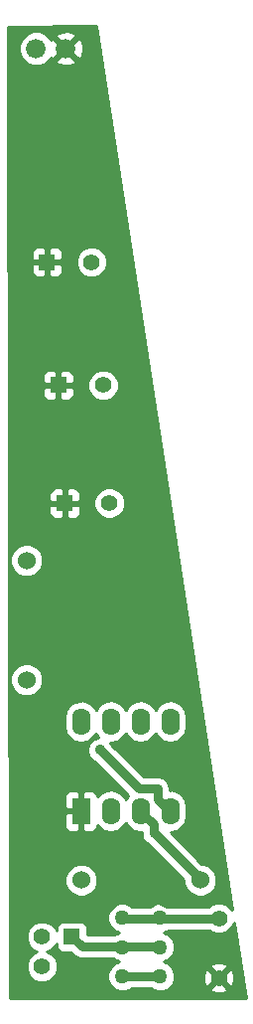
<source format=gbl>
G04 (created by PCBNEW (2013-08-23 BZR 4296)-product) date 11/9/2013 10:00:17 AM*
%MOIN*%
G04 Gerber Fmt 3.4, Leading zero omitted, Abs format*
%FSLAX34Y34*%
G01*
G70*
G90*
G04 APERTURE LIST*
%ADD10C,0.005906*%
%ADD11R,0.055000X0.055000*%
%ADD12C,0.055000*%
%ADD13C,0.066000*%
%ADD14C,0.060000*%
%ADD15R,0.062000X0.090000*%
%ADD16O,0.062000X0.090000*%
%ADD17C,0.050000*%
%ADD18C,0.035000*%
%ADD19C,0.030000*%
%ADD20C,0.010000*%
G04 APERTURE END LIST*
G54D10*
G54D11*
X50560Y-32970D03*
G54D12*
X52060Y-32970D03*
G54D11*
X50175Y-28840D03*
G54D12*
X51675Y-28840D03*
G54D11*
X50770Y-36925D03*
G54D12*
X52270Y-36925D03*
G54D13*
X49810Y-21680D03*
X50810Y-21680D03*
G54D12*
X55950Y-50840D03*
X55950Y-52840D03*
G54D11*
X51010Y-51465D03*
G54D12*
X50010Y-51465D03*
X50010Y-52465D03*
G54D14*
X49490Y-42845D03*
X49490Y-38845D03*
X51330Y-49565D03*
X55330Y-49565D03*
G54D15*
X51315Y-47250D03*
G54D16*
X52315Y-47250D03*
X53315Y-47250D03*
X54315Y-47250D03*
X54315Y-44250D03*
X53315Y-44250D03*
X52315Y-44250D03*
X51315Y-44250D03*
G54D17*
X53970Y-50830D03*
X53970Y-51810D03*
X53970Y-52790D03*
X52710Y-50830D03*
X52710Y-51810D03*
X52710Y-52790D03*
G54D18*
X51800Y-48050D03*
X55000Y-50350D03*
X51950Y-45200D03*
G54D19*
X51800Y-48050D02*
X54050Y-50300D01*
X54050Y-50300D02*
X54150Y-50300D01*
X54150Y-50300D02*
X54200Y-50350D01*
X54200Y-50350D02*
X55000Y-50350D01*
X55330Y-49565D02*
X55350Y-49550D01*
X55350Y-49550D02*
X53800Y-48000D01*
X53800Y-48000D02*
X53750Y-48000D01*
X53750Y-48000D02*
X53750Y-47700D01*
X53750Y-47700D02*
X53300Y-47250D01*
X53300Y-47250D02*
X53315Y-47250D01*
X51010Y-51465D02*
X51000Y-51450D01*
X51000Y-51450D02*
X51350Y-51800D01*
X51350Y-51800D02*
X52700Y-51800D01*
X52700Y-51800D02*
X52710Y-51810D01*
X52710Y-51810D02*
X52700Y-51800D01*
X52700Y-51800D02*
X53950Y-51800D01*
X53950Y-51800D02*
X53970Y-51810D01*
X53970Y-52790D02*
X53950Y-52800D01*
X53950Y-52800D02*
X52700Y-52800D01*
X52700Y-52800D02*
X52710Y-52790D01*
X51950Y-45200D02*
X53250Y-46500D01*
X53250Y-46500D02*
X53900Y-46500D01*
X53900Y-46500D02*
X53900Y-46850D01*
X53900Y-46850D02*
X54300Y-47250D01*
X54300Y-47250D02*
X54315Y-47250D01*
X53970Y-50830D02*
X53950Y-50850D01*
X53950Y-50850D02*
X55950Y-50850D01*
X55950Y-50850D02*
X55950Y-50840D01*
X53970Y-50830D02*
X53950Y-50850D01*
X53950Y-50850D02*
X52700Y-50850D01*
X52700Y-50850D02*
X52710Y-50830D01*
G54D10*
G36*
X56856Y-53520D02*
X56479Y-53520D01*
X56479Y-52915D01*
X56468Y-52707D01*
X56410Y-52567D01*
X56317Y-52542D01*
X56247Y-52613D01*
X56247Y-52472D01*
X56222Y-52379D01*
X56025Y-52310D01*
X55817Y-52321D01*
X55677Y-52379D01*
X55652Y-52472D01*
X55950Y-52769D01*
X56247Y-52472D01*
X56247Y-52613D01*
X56020Y-52840D01*
X56317Y-53137D01*
X56410Y-53112D01*
X56479Y-52915D01*
X56479Y-53520D01*
X56247Y-53520D01*
X56247Y-53207D01*
X55950Y-52910D01*
X55879Y-52981D01*
X55879Y-52840D01*
X55582Y-52542D01*
X55489Y-52567D01*
X55420Y-52764D01*
X55431Y-52972D01*
X55489Y-53112D01*
X55582Y-53137D01*
X55879Y-52840D01*
X55879Y-52981D01*
X55652Y-53207D01*
X55677Y-53300D01*
X55874Y-53369D01*
X56082Y-53358D01*
X56222Y-53300D01*
X56247Y-53207D01*
X56247Y-53520D01*
X48934Y-53520D01*
X48850Y-20939D01*
X51827Y-20930D01*
X56398Y-50550D01*
X56395Y-50543D01*
X56247Y-50395D01*
X56054Y-50315D01*
X55880Y-50314D01*
X55880Y-49456D01*
X55796Y-49253D01*
X55641Y-49099D01*
X55439Y-49015D01*
X55380Y-49015D01*
X54327Y-47961D01*
X54529Y-47921D01*
X54710Y-47799D01*
X54832Y-47618D01*
X54875Y-47403D01*
X54875Y-47096D01*
X54832Y-46881D01*
X54710Y-46700D01*
X54529Y-46578D01*
X54315Y-46536D01*
X54300Y-46539D01*
X54300Y-46500D01*
X54269Y-46346D01*
X54182Y-46217D01*
X54053Y-46130D01*
X53900Y-46100D01*
X53415Y-46100D01*
X52335Y-45019D01*
X52311Y-44963D01*
X52315Y-44963D01*
X52529Y-44921D01*
X52710Y-44799D01*
X52815Y-44644D01*
X52919Y-44799D01*
X53100Y-44921D01*
X53315Y-44963D01*
X53529Y-44921D01*
X53710Y-44799D01*
X53815Y-44644D01*
X53919Y-44799D01*
X54100Y-44921D01*
X54315Y-44963D01*
X54529Y-44921D01*
X54710Y-44799D01*
X54832Y-44618D01*
X54875Y-44403D01*
X54875Y-44096D01*
X54832Y-43881D01*
X54710Y-43700D01*
X54529Y-43578D01*
X54315Y-43536D01*
X54100Y-43578D01*
X53919Y-43700D01*
X53815Y-43855D01*
X53710Y-43700D01*
X53529Y-43578D01*
X53315Y-43536D01*
X53100Y-43578D01*
X52919Y-43700D01*
X52815Y-43855D01*
X52795Y-43826D01*
X52795Y-36821D01*
X52715Y-36628D01*
X52585Y-36497D01*
X52585Y-32866D01*
X52505Y-32673D01*
X52357Y-32525D01*
X52200Y-32459D01*
X52200Y-28736D01*
X52120Y-28543D01*
X51972Y-28395D01*
X51779Y-28315D01*
X51571Y-28314D01*
X51394Y-28387D01*
X51394Y-21768D01*
X51384Y-21538D01*
X51316Y-21374D01*
X51217Y-21343D01*
X51146Y-21413D01*
X51146Y-21272D01*
X51115Y-21173D01*
X50898Y-21095D01*
X50668Y-21105D01*
X50504Y-21173D01*
X50473Y-21272D01*
X50810Y-21609D01*
X51146Y-21272D01*
X51146Y-21413D01*
X50880Y-21680D01*
X51217Y-22016D01*
X51316Y-21985D01*
X51394Y-21768D01*
X51394Y-28387D01*
X51378Y-28394D01*
X51230Y-28542D01*
X51150Y-28735D01*
X51149Y-28943D01*
X51229Y-29137D01*
X51377Y-29284D01*
X51570Y-29364D01*
X51778Y-29365D01*
X51972Y-29285D01*
X52119Y-29137D01*
X52199Y-28944D01*
X52200Y-28736D01*
X52200Y-32459D01*
X52164Y-32445D01*
X51956Y-32444D01*
X51763Y-32524D01*
X51615Y-32672D01*
X51535Y-32865D01*
X51534Y-33073D01*
X51614Y-33267D01*
X51762Y-33414D01*
X51955Y-33494D01*
X52163Y-33495D01*
X52357Y-33415D01*
X52504Y-33267D01*
X52584Y-33074D01*
X52585Y-32866D01*
X52585Y-36497D01*
X52567Y-36480D01*
X52374Y-36400D01*
X52166Y-36399D01*
X51973Y-36479D01*
X51825Y-36627D01*
X51745Y-36820D01*
X51744Y-37028D01*
X51824Y-37222D01*
X51972Y-37369D01*
X52165Y-37449D01*
X52373Y-37450D01*
X52567Y-37370D01*
X52714Y-37222D01*
X52794Y-37029D01*
X52795Y-36821D01*
X52795Y-43826D01*
X52710Y-43700D01*
X52529Y-43578D01*
X52315Y-43536D01*
X52100Y-43578D01*
X51919Y-43700D01*
X51815Y-43855D01*
X51710Y-43700D01*
X51529Y-43578D01*
X51315Y-43536D01*
X51295Y-43540D01*
X51295Y-37249D01*
X51295Y-37150D01*
X51295Y-37037D01*
X51295Y-36812D01*
X51295Y-36699D01*
X51295Y-36600D01*
X51256Y-36508D01*
X51186Y-36438D01*
X51146Y-36421D01*
X51146Y-22087D01*
X50810Y-21750D01*
X50739Y-21821D01*
X50739Y-21680D01*
X50402Y-21343D01*
X50310Y-21372D01*
X50301Y-21351D01*
X50138Y-21188D01*
X49925Y-21100D01*
X49695Y-21099D01*
X49481Y-21188D01*
X49318Y-21351D01*
X49230Y-21564D01*
X49229Y-21794D01*
X49318Y-22008D01*
X49481Y-22171D01*
X49694Y-22259D01*
X49924Y-22260D01*
X50138Y-22171D01*
X50301Y-22008D01*
X50310Y-21987D01*
X50402Y-22016D01*
X50739Y-21680D01*
X50739Y-21821D01*
X50473Y-22087D01*
X50504Y-22186D01*
X50721Y-22264D01*
X50951Y-22254D01*
X51115Y-22186D01*
X51146Y-22087D01*
X51146Y-36421D01*
X51094Y-36400D01*
X51085Y-36400D01*
X51085Y-33294D01*
X51085Y-33195D01*
X51085Y-33082D01*
X51085Y-32857D01*
X51085Y-32744D01*
X51085Y-32645D01*
X51046Y-32553D01*
X50976Y-32483D01*
X50884Y-32445D01*
X50700Y-32445D01*
X50700Y-29164D01*
X50700Y-29065D01*
X50700Y-28952D01*
X50700Y-28727D01*
X50700Y-28614D01*
X50700Y-28515D01*
X50661Y-28423D01*
X50591Y-28353D01*
X50499Y-28315D01*
X50287Y-28315D01*
X50225Y-28377D01*
X50225Y-28790D01*
X50637Y-28790D01*
X50700Y-28727D01*
X50700Y-28952D01*
X50637Y-28890D01*
X50225Y-28890D01*
X50225Y-29302D01*
X50287Y-29365D01*
X50499Y-29365D01*
X50591Y-29326D01*
X50661Y-29256D01*
X50700Y-29164D01*
X50700Y-32445D01*
X50672Y-32445D01*
X50610Y-32507D01*
X50610Y-32920D01*
X51022Y-32920D01*
X51085Y-32857D01*
X51085Y-33082D01*
X51022Y-33020D01*
X50610Y-33020D01*
X50610Y-33432D01*
X50672Y-33495D01*
X50884Y-33495D01*
X50976Y-33456D01*
X51046Y-33386D01*
X51085Y-33294D01*
X51085Y-36400D01*
X50882Y-36400D01*
X50820Y-36462D01*
X50820Y-36875D01*
X51232Y-36875D01*
X51295Y-36812D01*
X51295Y-37037D01*
X51232Y-36975D01*
X50820Y-36975D01*
X50820Y-37387D01*
X50882Y-37450D01*
X51094Y-37450D01*
X51186Y-37411D01*
X51256Y-37341D01*
X51295Y-37249D01*
X51295Y-43540D01*
X51100Y-43578D01*
X50919Y-43700D01*
X50797Y-43881D01*
X50755Y-44096D01*
X50755Y-44403D01*
X50797Y-44618D01*
X50919Y-44799D01*
X51100Y-44921D01*
X51315Y-44963D01*
X51529Y-44921D01*
X51710Y-44799D01*
X51815Y-44644D01*
X51902Y-44774D01*
X51865Y-44774D01*
X51709Y-44839D01*
X51589Y-44958D01*
X51525Y-45115D01*
X51524Y-45284D01*
X51589Y-45440D01*
X51708Y-45560D01*
X51769Y-45585D01*
X52905Y-46720D01*
X52815Y-46855D01*
X52710Y-46700D01*
X52529Y-46578D01*
X52315Y-46536D01*
X52100Y-46578D01*
X51919Y-46700D01*
X51875Y-46766D01*
X51875Y-46750D01*
X51836Y-46658D01*
X51766Y-46588D01*
X51674Y-46550D01*
X51427Y-46550D01*
X51365Y-46612D01*
X51365Y-47200D01*
X51372Y-47200D01*
X51372Y-47300D01*
X51365Y-47300D01*
X51365Y-47887D01*
X51427Y-47950D01*
X51674Y-47950D01*
X51766Y-47911D01*
X51836Y-47841D01*
X51875Y-47749D01*
X51875Y-47733D01*
X51919Y-47799D01*
X52100Y-47921D01*
X52315Y-47963D01*
X52529Y-47921D01*
X52710Y-47799D01*
X52815Y-47644D01*
X52919Y-47799D01*
X53100Y-47921D01*
X53315Y-47963D01*
X53350Y-47956D01*
X53350Y-48000D01*
X53380Y-48153D01*
X53467Y-48282D01*
X53596Y-48369D01*
X53605Y-48371D01*
X54780Y-49545D01*
X54779Y-49673D01*
X54863Y-49876D01*
X55018Y-50030D01*
X55220Y-50114D01*
X55438Y-50115D01*
X55641Y-50031D01*
X55795Y-49876D01*
X55879Y-49674D01*
X55880Y-49456D01*
X55880Y-50314D01*
X55846Y-50314D01*
X55653Y-50394D01*
X55597Y-50450D01*
X54297Y-50450D01*
X54253Y-50406D01*
X54069Y-50330D01*
X53870Y-50329D01*
X53687Y-50405D01*
X53642Y-50450D01*
X53037Y-50450D01*
X52993Y-50406D01*
X52809Y-50330D01*
X52610Y-50329D01*
X52427Y-50405D01*
X52286Y-50546D01*
X52210Y-50730D01*
X52209Y-50929D01*
X52285Y-51112D01*
X52426Y-51253D01*
X52586Y-51320D01*
X52427Y-51385D01*
X52412Y-51400D01*
X51880Y-51400D01*
X51880Y-49456D01*
X51796Y-49253D01*
X51641Y-49099D01*
X51439Y-49015D01*
X51265Y-49014D01*
X51265Y-47887D01*
X51265Y-47300D01*
X51265Y-47200D01*
X51265Y-46612D01*
X51202Y-46550D01*
X50955Y-46550D01*
X50863Y-46588D01*
X50793Y-46658D01*
X50755Y-46750D01*
X50755Y-46849D01*
X50755Y-47137D01*
X50817Y-47200D01*
X51265Y-47200D01*
X51265Y-47300D01*
X50817Y-47300D01*
X50755Y-47362D01*
X50755Y-47650D01*
X50755Y-47749D01*
X50793Y-47841D01*
X50863Y-47911D01*
X50955Y-47950D01*
X51202Y-47950D01*
X51265Y-47887D01*
X51265Y-49014D01*
X51221Y-49014D01*
X51018Y-49098D01*
X50864Y-49253D01*
X50780Y-49455D01*
X50779Y-49673D01*
X50863Y-49876D01*
X51018Y-50030D01*
X51220Y-50114D01*
X51438Y-50115D01*
X51641Y-50031D01*
X51795Y-49876D01*
X51879Y-49674D01*
X51880Y-49456D01*
X51880Y-51400D01*
X51535Y-51400D01*
X51535Y-51140D01*
X51496Y-51048D01*
X51426Y-50978D01*
X51334Y-50940D01*
X51235Y-50940D01*
X50720Y-50940D01*
X50720Y-37387D01*
X50720Y-36975D01*
X50720Y-36875D01*
X50720Y-36462D01*
X50657Y-36400D01*
X50510Y-36400D01*
X50510Y-33432D01*
X50510Y-33020D01*
X50510Y-32920D01*
X50510Y-32507D01*
X50447Y-32445D01*
X50235Y-32445D01*
X50143Y-32483D01*
X50125Y-32501D01*
X50125Y-29302D01*
X50125Y-28890D01*
X50125Y-28790D01*
X50125Y-28377D01*
X50062Y-28315D01*
X49850Y-28315D01*
X49758Y-28353D01*
X49688Y-28423D01*
X49650Y-28515D01*
X49650Y-28614D01*
X49650Y-28727D01*
X49712Y-28790D01*
X50125Y-28790D01*
X50125Y-28890D01*
X49712Y-28890D01*
X49650Y-28952D01*
X49650Y-29065D01*
X49650Y-29164D01*
X49688Y-29256D01*
X49758Y-29326D01*
X49850Y-29365D01*
X50062Y-29365D01*
X50125Y-29302D01*
X50125Y-32501D01*
X50073Y-32553D01*
X50035Y-32645D01*
X50035Y-32744D01*
X50035Y-32857D01*
X50097Y-32920D01*
X50510Y-32920D01*
X50510Y-33020D01*
X50097Y-33020D01*
X50035Y-33082D01*
X50035Y-33195D01*
X50035Y-33294D01*
X50073Y-33386D01*
X50143Y-33456D01*
X50235Y-33495D01*
X50447Y-33495D01*
X50510Y-33432D01*
X50510Y-36400D01*
X50445Y-36400D01*
X50353Y-36438D01*
X50283Y-36508D01*
X50245Y-36600D01*
X50245Y-36699D01*
X50245Y-36812D01*
X50307Y-36875D01*
X50720Y-36875D01*
X50720Y-36975D01*
X50307Y-36975D01*
X50245Y-37037D01*
X50245Y-37150D01*
X50245Y-37249D01*
X50283Y-37341D01*
X50353Y-37411D01*
X50445Y-37450D01*
X50657Y-37450D01*
X50720Y-37387D01*
X50720Y-50940D01*
X50685Y-50940D01*
X50593Y-50978D01*
X50523Y-51048D01*
X50485Y-51140D01*
X50485Y-51239D01*
X50485Y-51239D01*
X50455Y-51168D01*
X50307Y-51020D01*
X50114Y-50940D01*
X50040Y-50940D01*
X50040Y-42736D01*
X50040Y-38736D01*
X49956Y-38533D01*
X49801Y-38379D01*
X49599Y-38295D01*
X49381Y-38294D01*
X49178Y-38378D01*
X49024Y-38533D01*
X48940Y-38735D01*
X48939Y-38953D01*
X49023Y-39156D01*
X49178Y-39310D01*
X49380Y-39394D01*
X49598Y-39395D01*
X49801Y-39311D01*
X49955Y-39156D01*
X50039Y-38954D01*
X50040Y-38736D01*
X50040Y-42736D01*
X49956Y-42533D01*
X49801Y-42379D01*
X49599Y-42295D01*
X49381Y-42294D01*
X49178Y-42378D01*
X49024Y-42533D01*
X48940Y-42735D01*
X48939Y-42953D01*
X49023Y-43156D01*
X49178Y-43310D01*
X49380Y-43394D01*
X49598Y-43395D01*
X49801Y-43311D01*
X49955Y-43156D01*
X50039Y-42954D01*
X50040Y-42736D01*
X50040Y-50940D01*
X49906Y-50939D01*
X49713Y-51019D01*
X49565Y-51167D01*
X49485Y-51360D01*
X49484Y-51568D01*
X49564Y-51762D01*
X49712Y-51909D01*
X49845Y-51965D01*
X49713Y-52019D01*
X49565Y-52167D01*
X49485Y-52360D01*
X49484Y-52568D01*
X49564Y-52762D01*
X49712Y-52909D01*
X49905Y-52989D01*
X50113Y-52990D01*
X50307Y-52910D01*
X50454Y-52762D01*
X50534Y-52569D01*
X50535Y-52361D01*
X50455Y-52168D01*
X50307Y-52020D01*
X50174Y-51964D01*
X50307Y-51910D01*
X50454Y-51762D01*
X50485Y-51690D01*
X50485Y-51789D01*
X50523Y-51881D01*
X50593Y-51951D01*
X50685Y-51990D01*
X50784Y-51990D01*
X50974Y-51990D01*
X51067Y-52082D01*
X51196Y-52169D01*
X51196Y-52169D01*
X51222Y-52174D01*
X51350Y-52200D01*
X52392Y-52200D01*
X52426Y-52233D01*
X52586Y-52300D01*
X52427Y-52365D01*
X52286Y-52506D01*
X52210Y-52690D01*
X52209Y-52889D01*
X52285Y-53072D01*
X52426Y-53213D01*
X52610Y-53289D01*
X52809Y-53290D01*
X52992Y-53214D01*
X53007Y-53200D01*
X53672Y-53200D01*
X53686Y-53213D01*
X53870Y-53289D01*
X54069Y-53290D01*
X54252Y-53214D01*
X54393Y-53073D01*
X54469Y-52889D01*
X54470Y-52690D01*
X54394Y-52507D01*
X54253Y-52366D01*
X54093Y-52299D01*
X54252Y-52234D01*
X54393Y-52093D01*
X54469Y-51909D01*
X54470Y-51710D01*
X54394Y-51527D01*
X54253Y-51386D01*
X54093Y-51319D01*
X54252Y-51254D01*
X54256Y-51250D01*
X55617Y-51250D01*
X55652Y-51284D01*
X55845Y-51364D01*
X56053Y-51365D01*
X56247Y-51285D01*
X56394Y-51137D01*
X56463Y-50972D01*
X56856Y-53520D01*
X56856Y-53520D01*
G37*
G54D20*
X56856Y-53520D02*
X56479Y-53520D01*
X56479Y-52915D01*
X56468Y-52707D01*
X56410Y-52567D01*
X56317Y-52542D01*
X56247Y-52613D01*
X56247Y-52472D01*
X56222Y-52379D01*
X56025Y-52310D01*
X55817Y-52321D01*
X55677Y-52379D01*
X55652Y-52472D01*
X55950Y-52769D01*
X56247Y-52472D01*
X56247Y-52613D01*
X56020Y-52840D01*
X56317Y-53137D01*
X56410Y-53112D01*
X56479Y-52915D01*
X56479Y-53520D01*
X56247Y-53520D01*
X56247Y-53207D01*
X55950Y-52910D01*
X55879Y-52981D01*
X55879Y-52840D01*
X55582Y-52542D01*
X55489Y-52567D01*
X55420Y-52764D01*
X55431Y-52972D01*
X55489Y-53112D01*
X55582Y-53137D01*
X55879Y-52840D01*
X55879Y-52981D01*
X55652Y-53207D01*
X55677Y-53300D01*
X55874Y-53369D01*
X56082Y-53358D01*
X56222Y-53300D01*
X56247Y-53207D01*
X56247Y-53520D01*
X48934Y-53520D01*
X48850Y-20939D01*
X51827Y-20930D01*
X56398Y-50550D01*
X56395Y-50543D01*
X56247Y-50395D01*
X56054Y-50315D01*
X55880Y-50314D01*
X55880Y-49456D01*
X55796Y-49253D01*
X55641Y-49099D01*
X55439Y-49015D01*
X55380Y-49015D01*
X54327Y-47961D01*
X54529Y-47921D01*
X54710Y-47799D01*
X54832Y-47618D01*
X54875Y-47403D01*
X54875Y-47096D01*
X54832Y-46881D01*
X54710Y-46700D01*
X54529Y-46578D01*
X54315Y-46536D01*
X54300Y-46539D01*
X54300Y-46500D01*
X54269Y-46346D01*
X54182Y-46217D01*
X54053Y-46130D01*
X53900Y-46100D01*
X53415Y-46100D01*
X52335Y-45019D01*
X52311Y-44963D01*
X52315Y-44963D01*
X52529Y-44921D01*
X52710Y-44799D01*
X52815Y-44644D01*
X52919Y-44799D01*
X53100Y-44921D01*
X53315Y-44963D01*
X53529Y-44921D01*
X53710Y-44799D01*
X53815Y-44644D01*
X53919Y-44799D01*
X54100Y-44921D01*
X54315Y-44963D01*
X54529Y-44921D01*
X54710Y-44799D01*
X54832Y-44618D01*
X54875Y-44403D01*
X54875Y-44096D01*
X54832Y-43881D01*
X54710Y-43700D01*
X54529Y-43578D01*
X54315Y-43536D01*
X54100Y-43578D01*
X53919Y-43700D01*
X53815Y-43855D01*
X53710Y-43700D01*
X53529Y-43578D01*
X53315Y-43536D01*
X53100Y-43578D01*
X52919Y-43700D01*
X52815Y-43855D01*
X52795Y-43826D01*
X52795Y-36821D01*
X52715Y-36628D01*
X52585Y-36497D01*
X52585Y-32866D01*
X52505Y-32673D01*
X52357Y-32525D01*
X52200Y-32459D01*
X52200Y-28736D01*
X52120Y-28543D01*
X51972Y-28395D01*
X51779Y-28315D01*
X51571Y-28314D01*
X51394Y-28387D01*
X51394Y-21768D01*
X51384Y-21538D01*
X51316Y-21374D01*
X51217Y-21343D01*
X51146Y-21413D01*
X51146Y-21272D01*
X51115Y-21173D01*
X50898Y-21095D01*
X50668Y-21105D01*
X50504Y-21173D01*
X50473Y-21272D01*
X50810Y-21609D01*
X51146Y-21272D01*
X51146Y-21413D01*
X50880Y-21680D01*
X51217Y-22016D01*
X51316Y-21985D01*
X51394Y-21768D01*
X51394Y-28387D01*
X51378Y-28394D01*
X51230Y-28542D01*
X51150Y-28735D01*
X51149Y-28943D01*
X51229Y-29137D01*
X51377Y-29284D01*
X51570Y-29364D01*
X51778Y-29365D01*
X51972Y-29285D01*
X52119Y-29137D01*
X52199Y-28944D01*
X52200Y-28736D01*
X52200Y-32459D01*
X52164Y-32445D01*
X51956Y-32444D01*
X51763Y-32524D01*
X51615Y-32672D01*
X51535Y-32865D01*
X51534Y-33073D01*
X51614Y-33267D01*
X51762Y-33414D01*
X51955Y-33494D01*
X52163Y-33495D01*
X52357Y-33415D01*
X52504Y-33267D01*
X52584Y-33074D01*
X52585Y-32866D01*
X52585Y-36497D01*
X52567Y-36480D01*
X52374Y-36400D01*
X52166Y-36399D01*
X51973Y-36479D01*
X51825Y-36627D01*
X51745Y-36820D01*
X51744Y-37028D01*
X51824Y-37222D01*
X51972Y-37369D01*
X52165Y-37449D01*
X52373Y-37450D01*
X52567Y-37370D01*
X52714Y-37222D01*
X52794Y-37029D01*
X52795Y-36821D01*
X52795Y-43826D01*
X52710Y-43700D01*
X52529Y-43578D01*
X52315Y-43536D01*
X52100Y-43578D01*
X51919Y-43700D01*
X51815Y-43855D01*
X51710Y-43700D01*
X51529Y-43578D01*
X51315Y-43536D01*
X51295Y-43540D01*
X51295Y-37249D01*
X51295Y-37150D01*
X51295Y-37037D01*
X51295Y-36812D01*
X51295Y-36699D01*
X51295Y-36600D01*
X51256Y-36508D01*
X51186Y-36438D01*
X51146Y-36421D01*
X51146Y-22087D01*
X50810Y-21750D01*
X50739Y-21821D01*
X50739Y-21680D01*
X50402Y-21343D01*
X50310Y-21372D01*
X50301Y-21351D01*
X50138Y-21188D01*
X49925Y-21100D01*
X49695Y-21099D01*
X49481Y-21188D01*
X49318Y-21351D01*
X49230Y-21564D01*
X49229Y-21794D01*
X49318Y-22008D01*
X49481Y-22171D01*
X49694Y-22259D01*
X49924Y-22260D01*
X50138Y-22171D01*
X50301Y-22008D01*
X50310Y-21987D01*
X50402Y-22016D01*
X50739Y-21680D01*
X50739Y-21821D01*
X50473Y-22087D01*
X50504Y-22186D01*
X50721Y-22264D01*
X50951Y-22254D01*
X51115Y-22186D01*
X51146Y-22087D01*
X51146Y-36421D01*
X51094Y-36400D01*
X51085Y-36400D01*
X51085Y-33294D01*
X51085Y-33195D01*
X51085Y-33082D01*
X51085Y-32857D01*
X51085Y-32744D01*
X51085Y-32645D01*
X51046Y-32553D01*
X50976Y-32483D01*
X50884Y-32445D01*
X50700Y-32445D01*
X50700Y-29164D01*
X50700Y-29065D01*
X50700Y-28952D01*
X50700Y-28727D01*
X50700Y-28614D01*
X50700Y-28515D01*
X50661Y-28423D01*
X50591Y-28353D01*
X50499Y-28315D01*
X50287Y-28315D01*
X50225Y-28377D01*
X50225Y-28790D01*
X50637Y-28790D01*
X50700Y-28727D01*
X50700Y-28952D01*
X50637Y-28890D01*
X50225Y-28890D01*
X50225Y-29302D01*
X50287Y-29365D01*
X50499Y-29365D01*
X50591Y-29326D01*
X50661Y-29256D01*
X50700Y-29164D01*
X50700Y-32445D01*
X50672Y-32445D01*
X50610Y-32507D01*
X50610Y-32920D01*
X51022Y-32920D01*
X51085Y-32857D01*
X51085Y-33082D01*
X51022Y-33020D01*
X50610Y-33020D01*
X50610Y-33432D01*
X50672Y-33495D01*
X50884Y-33495D01*
X50976Y-33456D01*
X51046Y-33386D01*
X51085Y-33294D01*
X51085Y-36400D01*
X50882Y-36400D01*
X50820Y-36462D01*
X50820Y-36875D01*
X51232Y-36875D01*
X51295Y-36812D01*
X51295Y-37037D01*
X51232Y-36975D01*
X50820Y-36975D01*
X50820Y-37387D01*
X50882Y-37450D01*
X51094Y-37450D01*
X51186Y-37411D01*
X51256Y-37341D01*
X51295Y-37249D01*
X51295Y-43540D01*
X51100Y-43578D01*
X50919Y-43700D01*
X50797Y-43881D01*
X50755Y-44096D01*
X50755Y-44403D01*
X50797Y-44618D01*
X50919Y-44799D01*
X51100Y-44921D01*
X51315Y-44963D01*
X51529Y-44921D01*
X51710Y-44799D01*
X51815Y-44644D01*
X51902Y-44774D01*
X51865Y-44774D01*
X51709Y-44839D01*
X51589Y-44958D01*
X51525Y-45115D01*
X51524Y-45284D01*
X51589Y-45440D01*
X51708Y-45560D01*
X51769Y-45585D01*
X52905Y-46720D01*
X52815Y-46855D01*
X52710Y-46700D01*
X52529Y-46578D01*
X52315Y-46536D01*
X52100Y-46578D01*
X51919Y-46700D01*
X51875Y-46766D01*
X51875Y-46750D01*
X51836Y-46658D01*
X51766Y-46588D01*
X51674Y-46550D01*
X51427Y-46550D01*
X51365Y-46612D01*
X51365Y-47200D01*
X51372Y-47200D01*
X51372Y-47300D01*
X51365Y-47300D01*
X51365Y-47887D01*
X51427Y-47950D01*
X51674Y-47950D01*
X51766Y-47911D01*
X51836Y-47841D01*
X51875Y-47749D01*
X51875Y-47733D01*
X51919Y-47799D01*
X52100Y-47921D01*
X52315Y-47963D01*
X52529Y-47921D01*
X52710Y-47799D01*
X52815Y-47644D01*
X52919Y-47799D01*
X53100Y-47921D01*
X53315Y-47963D01*
X53350Y-47956D01*
X53350Y-48000D01*
X53380Y-48153D01*
X53467Y-48282D01*
X53596Y-48369D01*
X53605Y-48371D01*
X54780Y-49545D01*
X54779Y-49673D01*
X54863Y-49876D01*
X55018Y-50030D01*
X55220Y-50114D01*
X55438Y-50115D01*
X55641Y-50031D01*
X55795Y-49876D01*
X55879Y-49674D01*
X55880Y-49456D01*
X55880Y-50314D01*
X55846Y-50314D01*
X55653Y-50394D01*
X55597Y-50450D01*
X54297Y-50450D01*
X54253Y-50406D01*
X54069Y-50330D01*
X53870Y-50329D01*
X53687Y-50405D01*
X53642Y-50450D01*
X53037Y-50450D01*
X52993Y-50406D01*
X52809Y-50330D01*
X52610Y-50329D01*
X52427Y-50405D01*
X52286Y-50546D01*
X52210Y-50730D01*
X52209Y-50929D01*
X52285Y-51112D01*
X52426Y-51253D01*
X52586Y-51320D01*
X52427Y-51385D01*
X52412Y-51400D01*
X51880Y-51400D01*
X51880Y-49456D01*
X51796Y-49253D01*
X51641Y-49099D01*
X51439Y-49015D01*
X51265Y-49014D01*
X51265Y-47887D01*
X51265Y-47300D01*
X51265Y-47200D01*
X51265Y-46612D01*
X51202Y-46550D01*
X50955Y-46550D01*
X50863Y-46588D01*
X50793Y-46658D01*
X50755Y-46750D01*
X50755Y-46849D01*
X50755Y-47137D01*
X50817Y-47200D01*
X51265Y-47200D01*
X51265Y-47300D01*
X50817Y-47300D01*
X50755Y-47362D01*
X50755Y-47650D01*
X50755Y-47749D01*
X50793Y-47841D01*
X50863Y-47911D01*
X50955Y-47950D01*
X51202Y-47950D01*
X51265Y-47887D01*
X51265Y-49014D01*
X51221Y-49014D01*
X51018Y-49098D01*
X50864Y-49253D01*
X50780Y-49455D01*
X50779Y-49673D01*
X50863Y-49876D01*
X51018Y-50030D01*
X51220Y-50114D01*
X51438Y-50115D01*
X51641Y-50031D01*
X51795Y-49876D01*
X51879Y-49674D01*
X51880Y-49456D01*
X51880Y-51400D01*
X51535Y-51400D01*
X51535Y-51140D01*
X51496Y-51048D01*
X51426Y-50978D01*
X51334Y-50940D01*
X51235Y-50940D01*
X50720Y-50940D01*
X50720Y-37387D01*
X50720Y-36975D01*
X50720Y-36875D01*
X50720Y-36462D01*
X50657Y-36400D01*
X50510Y-36400D01*
X50510Y-33432D01*
X50510Y-33020D01*
X50510Y-32920D01*
X50510Y-32507D01*
X50447Y-32445D01*
X50235Y-32445D01*
X50143Y-32483D01*
X50125Y-32501D01*
X50125Y-29302D01*
X50125Y-28890D01*
X50125Y-28790D01*
X50125Y-28377D01*
X50062Y-28315D01*
X49850Y-28315D01*
X49758Y-28353D01*
X49688Y-28423D01*
X49650Y-28515D01*
X49650Y-28614D01*
X49650Y-28727D01*
X49712Y-28790D01*
X50125Y-28790D01*
X50125Y-28890D01*
X49712Y-28890D01*
X49650Y-28952D01*
X49650Y-29065D01*
X49650Y-29164D01*
X49688Y-29256D01*
X49758Y-29326D01*
X49850Y-29365D01*
X50062Y-29365D01*
X50125Y-29302D01*
X50125Y-32501D01*
X50073Y-32553D01*
X50035Y-32645D01*
X50035Y-32744D01*
X50035Y-32857D01*
X50097Y-32920D01*
X50510Y-32920D01*
X50510Y-33020D01*
X50097Y-33020D01*
X50035Y-33082D01*
X50035Y-33195D01*
X50035Y-33294D01*
X50073Y-33386D01*
X50143Y-33456D01*
X50235Y-33495D01*
X50447Y-33495D01*
X50510Y-33432D01*
X50510Y-36400D01*
X50445Y-36400D01*
X50353Y-36438D01*
X50283Y-36508D01*
X50245Y-36600D01*
X50245Y-36699D01*
X50245Y-36812D01*
X50307Y-36875D01*
X50720Y-36875D01*
X50720Y-36975D01*
X50307Y-36975D01*
X50245Y-37037D01*
X50245Y-37150D01*
X50245Y-37249D01*
X50283Y-37341D01*
X50353Y-37411D01*
X50445Y-37450D01*
X50657Y-37450D01*
X50720Y-37387D01*
X50720Y-50940D01*
X50685Y-50940D01*
X50593Y-50978D01*
X50523Y-51048D01*
X50485Y-51140D01*
X50485Y-51239D01*
X50485Y-51239D01*
X50455Y-51168D01*
X50307Y-51020D01*
X50114Y-50940D01*
X50040Y-50940D01*
X50040Y-42736D01*
X50040Y-38736D01*
X49956Y-38533D01*
X49801Y-38379D01*
X49599Y-38295D01*
X49381Y-38294D01*
X49178Y-38378D01*
X49024Y-38533D01*
X48940Y-38735D01*
X48939Y-38953D01*
X49023Y-39156D01*
X49178Y-39310D01*
X49380Y-39394D01*
X49598Y-39395D01*
X49801Y-39311D01*
X49955Y-39156D01*
X50039Y-38954D01*
X50040Y-38736D01*
X50040Y-42736D01*
X49956Y-42533D01*
X49801Y-42379D01*
X49599Y-42295D01*
X49381Y-42294D01*
X49178Y-42378D01*
X49024Y-42533D01*
X48940Y-42735D01*
X48939Y-42953D01*
X49023Y-43156D01*
X49178Y-43310D01*
X49380Y-43394D01*
X49598Y-43395D01*
X49801Y-43311D01*
X49955Y-43156D01*
X50039Y-42954D01*
X50040Y-42736D01*
X50040Y-50940D01*
X49906Y-50939D01*
X49713Y-51019D01*
X49565Y-51167D01*
X49485Y-51360D01*
X49484Y-51568D01*
X49564Y-51762D01*
X49712Y-51909D01*
X49845Y-51965D01*
X49713Y-52019D01*
X49565Y-52167D01*
X49485Y-52360D01*
X49484Y-52568D01*
X49564Y-52762D01*
X49712Y-52909D01*
X49905Y-52989D01*
X50113Y-52990D01*
X50307Y-52910D01*
X50454Y-52762D01*
X50534Y-52569D01*
X50535Y-52361D01*
X50455Y-52168D01*
X50307Y-52020D01*
X50174Y-51964D01*
X50307Y-51910D01*
X50454Y-51762D01*
X50485Y-51690D01*
X50485Y-51789D01*
X50523Y-51881D01*
X50593Y-51951D01*
X50685Y-51990D01*
X50784Y-51990D01*
X50974Y-51990D01*
X51067Y-52082D01*
X51196Y-52169D01*
X51196Y-52169D01*
X51222Y-52174D01*
X51350Y-52200D01*
X52392Y-52200D01*
X52426Y-52233D01*
X52586Y-52300D01*
X52427Y-52365D01*
X52286Y-52506D01*
X52210Y-52690D01*
X52209Y-52889D01*
X52285Y-53072D01*
X52426Y-53213D01*
X52610Y-53289D01*
X52809Y-53290D01*
X52992Y-53214D01*
X53007Y-53200D01*
X53672Y-53200D01*
X53686Y-53213D01*
X53870Y-53289D01*
X54069Y-53290D01*
X54252Y-53214D01*
X54393Y-53073D01*
X54469Y-52889D01*
X54470Y-52690D01*
X54394Y-52507D01*
X54253Y-52366D01*
X54093Y-52299D01*
X54252Y-52234D01*
X54393Y-52093D01*
X54469Y-51909D01*
X54470Y-51710D01*
X54394Y-51527D01*
X54253Y-51386D01*
X54093Y-51319D01*
X54252Y-51254D01*
X54256Y-51250D01*
X55617Y-51250D01*
X55652Y-51284D01*
X55845Y-51364D01*
X56053Y-51365D01*
X56247Y-51285D01*
X56394Y-51137D01*
X56463Y-50972D01*
X56856Y-53520D01*
M02*

</source>
